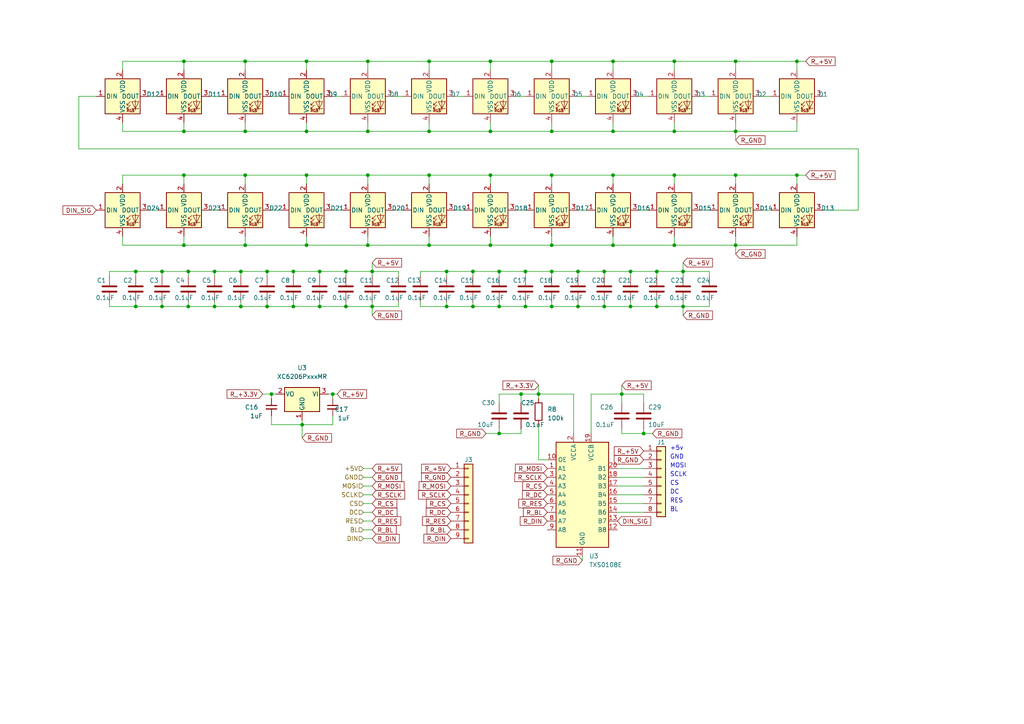
<source format=kicad_sch>
(kicad_sch (version 20230121) (generator eeschema)
  (paper "A4")
  (lib_symbols
    (symbol "Connector_Generic:Conn_01x08" (pin_names (offset 1.016) hide)
      (property "Reference" "J" (at 0 10.16 0))
      (property "Value" "Conn_01x08" (at 0 -12.7 0))
      (symbol "Conn_01x08_1_1"
        (rectangle (start -1.27 -10.033) (end 0 -10.287) (stroke (width 0.1524)))
        (rectangle (start -1.27 -7.493) (end 0 -7.747) (stroke (width 0.1524)))
        (rectangle (start -1.27 -4.953) (end 0 -5.207) (stroke (width 0.1524)))
        (rectangle (start -1.27 -2.413) (end 0 -2.667) (stroke (width 0.1524)))
        (rectangle (start -1.27 0.127) (end 0 -0.127) (stroke (width 0.1524)))
        (rectangle (start -1.27 2.667) (end 0 2.413) (stroke (width 0.1524)))
        (rectangle (start -1.27 5.207) (end 0 4.953) (stroke (width 0.1524)))
        (rectangle (start -1.27 7.747) (end 0 7.493) (stroke (width 0.1524)))
        (rectangle (start -1.27 8.89) (end 1.27 -11.43) (stroke (width 0.254)) (fill (type background)))
        (pin passive line (at -5.08 7.62 0) (length 3.81) (name "Pin_1") (number "1"))
        (pin passive line (at -5.08 5.08 0) (length 3.81) (name "Pin_2") (number "2"))
        (pin passive line (at -5.08 2.54 0) (length 3.81) (name "Pin_3") (number "3"))
        (pin passive line (at -5.08 0 0) (length 3.81) (name "Pin_4") (number "4"))
        (pin passive line (at -5.08 -2.54 0) (length 3.81) (name "Pin_5") (number "5"))
        (pin passive line (at -5.08 -5.08 0) (length 3.81) (name "Pin_6") (number "6"))
        (pin passive line (at -5.08 -7.62 0) (length 3.81) (name "Pin_7") (number "7"))
        (pin passive line (at -5.08 -10.16 0) (length 3.81) (name "Pin_8") (number "8"))
      )
    )
    (symbol "Connector_Generic:Conn_01x09" (pin_names (offset 1.016) hide)
      (property "Reference" "J" (at 0 12.7 0))
      (property "Value" "Conn_01x09" (at 0 -12.7 0))
      (symbol "Conn_01x09_1_1"
        (rectangle (start -1.27 -10.033) (end 0 -10.287) (stroke (width 0.1524)))
        (rectangle (start -1.27 -7.493) (end 0 -7.747) (stroke (width 0.1524)))
        (rectangle (start -1.27 -4.953) (end 0 -5.207) (stroke (width 0.1524)))
        (rectangle (start -1.27 -2.413) (end 0 -2.667) (stroke (width 0.1524)))
        (rectangle (start -1.27 0.127) (end 0 -0.127) (stroke (width 0.1524)))
        (rectangle (start -1.27 2.667) (end 0 2.413) (stroke (width 0.1524)))
        (rectangle (start -1.27 5.207) (end 0 4.953) (stroke (width 0.1524)))
        (rectangle (start -1.27 7.747) (end 0 7.493) (stroke (width 0.1524)))
        (rectangle (start -1.27 10.287) (end 0 10.033) (stroke (width 0.1524)))
        (rectangle (start -1.27 11.43) (end 1.27 -11.43) (stroke (width 0.254)) (fill (type background)))
        (pin passive line (at -5.08 10.16 0) (length 3.81) (name "Pin_1") (number "1"))
        (pin passive line (at -5.08 7.62 0) (length 3.81) (name "Pin_2") (number "2"))
        (pin passive line (at -5.08 5.08 0) (length 3.81) (name "Pin_3") (number "3"))
        (pin passive line (at -5.08 2.54 0) (length 3.81) (name "Pin_4") (number "4"))
        (pin passive line (at -5.08 0 0) (length 3.81) (name "Pin_5") (number "5"))
        (pin passive line (at -5.08 -2.54 0) (length 3.81) (name "Pin_6") (number "6"))
        (pin passive line (at -5.08 -5.08 0) (length 3.81) (name "Pin_7") (number "7"))
        (pin passive line (at -5.08 -7.62 0) (length 3.81) (name "Pin_8") (number "8"))
        (pin passive line (at -5.08 -10.16 0) (length 3.81) (name "Pin_9") (number "9"))
      )
    )
    (symbol "Device:C" (pin_numbers hide) (pin_names (offset 0.254))
      (property "Reference" "C" (at 0.635 2.54 0))
      (property "Value" "C" (at 0.635 -2.54 0))
      (symbol "C_0_1"
        (polyline (pts (xy -2.032 -0.762) (xy 2.032 -0.762)) (stroke (width 0.508)))
        (polyline (pts (xy -2.032 0.762) (xy 2.032 0.762)) (stroke (width 0.508)))
      )
      (symbol "C_1_1"
        (pin passive line (at 0 3.81 270) (length 2.794) (name "~") (number "1"))
        (pin passive line (at 0 -3.81 90) (length 2.794) (name "~") (number "2"))
      )
    )
    (symbol "Device:C_Small" (pin_numbers hide) (pin_names (offset 0.254) hide)
      (property "Reference" "C" (at 0.254 1.778 0))
      (property "Value" "C_Small" (at 0.254 -2.032 0))
      (symbol "C_Small_0_1"
        (polyline (pts (xy -1.524 -0.508) (xy 1.524 -0.508)) (stroke (width 0.3302)))
        (polyline (pts (xy -1.524 0.508) (xy 1.524 0.508)) (stroke (width 0.3048)))
      )
      (symbol "C_Small_1_1"
        (pin passive line (at 0 2.54 270) (length 2.032) (name "~") (number "1"))
        (pin passive line (at 0 -2.54 90) (length 2.032) (name "~") (number "2"))
      )
    )
    (symbol "Device:R" (pin_numbers hide) (pin_names (offset 0))
      (property "Reference" "R" (at 2.032 0 90))
      (property "Value" "R" (at 0 0 90))
      (symbol "R_0_1"
        (rectangle (start -1.016 -2.54) (end 1.016 2.54) (stroke (width 0.254)))
      )
      (symbol "R_1_1"
        (pin passive line (at 0 3.81 270) (length 1.27) (name "~") (number "1"))
        (pin passive line (at 0 -3.81 90) (length 1.27) (name "~") (number "2"))
      )
    )
    (symbol "LED:SK6812" (pin_names (offset 0.254))
      (property "Reference" "D" (at 5.08 5.715 0))
      (property "Value" "SK6812" (at 1.27 -5.715 0))
      (symbol "SK6812_0_0"
        (text "RGB" (at 2.286 -4.191 0) (effects (font (size 0.762 0.762))))
      )
      (symbol "SK6812_0_1"
        (polyline (pts (xy 1.27 -3.556) (xy 1.778 -3.556)))
        (polyline (pts (xy 1.27 -2.54) (xy 1.778 -2.54)))
        (polyline (pts (xy 4.699 -3.556) (xy 2.667 -3.556)))
        (polyline (pts (xy 2.286 -2.54) (xy 1.27 -3.556) (xy 1.27 -3.048)))
        (polyline (pts (xy 2.286 -1.524) (xy 1.27 -2.54) (xy 1.27 -2.032)))
        (polyline (pts (xy 3.683 -1.016) (xy 3.683 -3.556) (xy 3.683 -4.064)))
        (polyline (pts (xy 4.699 -1.524) (xy 2.667 -1.524) (xy 3.683 -3.556) (xy 4.699 -1.524)))
        (rectangle (start 5.08 5.08) (end -5.08 -5.08) (stroke (width 0.254)) (fill (type background)))
      )
      (symbol "SK6812_1_1"
        (pin input line (at -7.62 0 0) (length 2.54) (name "DIN") (number "1"))
        (pin power_in line (at 0 7.62 270) (length 2.54) (name "VDD") (number "2"))
        (pin output line (at 7.62 0 180) (length 2.54) (name "DOUT") (number "3"))
        (pin power_in line (at 0 -7.62 90) (length 2.54) (name "VSS") (number "4"))
      )
    )
    (symbol "Logic_LevelTranslator:TXS0108EPW"
      (property "Reference" "U" (at -6.35 16.51 0))
      (property "Value" "TXS0108EPW" (at 3.81 16.51 0))
      (symbol "TXS0108EPW_0_1"
        (rectangle (start -7.62 15.24) (end 7.62 -15.24) (stroke (width 0.254)) (fill (type background)))
      )
      (symbol "TXS0108EPW_1_1"
        (pin bidirectional line (at -10.16 7.62 0) (length 2.54) (name "A1") (number "1"))
        (pin input line (at -10.16 10.16 0) (length 2.54) (name "OE") (number "10"))
        (pin power_in line (at 0 -17.78 90) (length 2.54) (name "GND") (number "11"))
        (pin bidirectional line (at 10.16 -10.16 180) (length 2.54) (name "B8") (number "12"))
        (pin bidirectional line (at 10.16 -7.62 180) (length 2.54) (name "B7") (number "13"))
        (pin bidirectional line (at 10.16 -5.08 180) (length 2.54) (name "B6") (number "14"))
        (pin bidirectional line (at 10.16 -2.54 180) (length 2.54) (name "B5") (number "15"))
        (pin bidirectional line (at 10.16 0 180) (length 2.54) (name "B4") (number "16"))
        (pin bidirectional line (at 10.16 2.54 180) (length 2.54) (name "B3") (number "17"))
        (pin bidirectional line (at 10.16 5.08 180) (length 2.54) (name "B2") (number "18"))
        (pin power_in line (at 2.54 17.78 270) (length 2.54) (name "VCCB") (number "19"))
        (pin power_in line (at -2.54 17.78 270) (length 2.54) (name "VCCA") (number "2"))
        (pin bidirectional line (at 10.16 7.62 180) (length 2.54) (name "B1") (number "20"))
        (pin bidirectional line (at -10.16 5.08 0) (length 2.54) (name "A2") (number "3"))
        (pin bidirectional line (at -10.16 2.54 0) (length 2.54) (name "A3") (number "4"))
        (pin bidirectional line (at -10.16 0 0) (length 2.54) (name "A4") (number "5"))
        (pin bidirectional line (at -10.16 -2.54 0) (length 2.54) (name "A5") (number "6"))
        (pin bidirectional line (at -10.16 -5.08 0) (length 2.54) (name "A6") (number "7"))
        (pin bidirectional line (at -10.16 -7.62 0) (length 2.54) (name "A7") (number "8"))
        (pin bidirectional line (at -10.16 -10.16 0) (length 2.54) (name "A8") (number "9"))
      )
    )
    (symbol "Regulator_Linear:XC6206PxxxMR" (pin_names (offset 0.254))
      (property "Reference" "U" (at -3.81 3.175 0))
      (property "Value" "XC6206PxxxMR" (at 0 3.175 0))
      (symbol "XC6206PxxxMR_0_1"
        (rectangle (start -5.08 1.905) (end 5.08 -5.08) (stroke (width 0.254)) (fill (type background)))
      )
      (symbol "XC6206PxxxMR_1_1"
        (pin power_in line (at 0 -7.62 90) (length 2.54) (name "GND") (number "1"))
        (pin power_out line (at 7.62 0 180) (length 2.54) (name "VO") (number "2"))
        (pin power_in line (at -7.62 0 0) (length 2.54) (name "VI") (number "3"))
      )
    )
  )
  (junction (at 71.12 50.8))
  (junction (at 144.78 125.73))
  (junction (at 151.13 114.3))
  (junction (at 106.68 38.1))
  (junction (at 175.26 88.9))
  (junction (at 231.14 17.78))
  (junction (at 88.9 71.12))
  (junction (at 137.16 78.74))
  (junction (at 53.34 17.78))
  (junction (at 69.85 88.9))
  (junction (at 39.37 88.9))
  (junction (at 39.37 78.74))
  (junction (at 107.95 88.9))
  (junction (at 85.09 88.9))
  (junction (at 177.8 50.8))
  (junction (at 46.99 88.9))
  (junction (at 71.12 17.78))
  (junction (at 77.47 88.9))
  (junction (at 88.9 50.8))
  (junction (at 198.12 78.74))
  (junction (at 180.34 114.3))
  (junction (at 124.46 50.8))
  (junction (at 88.9 38.1))
  (junction (at 78.74 114.3))
  (junction (at 152.4 88.9))
  (junction (at 124.46 38.1))
  (junction (at 160.02 78.74))
  (junction (at 100.33 78.74))
  (junction (at 177.8 71.12))
  (junction (at 124.46 17.78))
  (junction (at 124.46 71.12))
  (junction (at 160.02 50.8))
  (junction (at 144.78 78.74))
  (junction (at 195.58 38.1))
  (junction (at 100.33 88.9))
  (junction (at 167.64 88.9))
  (junction (at 213.36 50.8))
  (junction (at 190.5 78.74))
  (junction (at 152.4 78.74))
  (junction (at 62.23 88.9))
  (junction (at 160.02 38.1))
  (junction (at 160.02 17.78))
  (junction (at 54.61 78.74))
  (junction (at 87.63 123.19))
  (junction (at 62.23 78.74))
  (junction (at 54.61 88.9))
  (junction (at 167.64 78.74))
  (junction (at 175.26 78.74))
  (junction (at 177.8 17.78))
  (junction (at 182.88 88.9))
  (junction (at 92.71 78.74))
  (junction (at 182.88 78.74))
  (junction (at 213.36 17.78))
  (junction (at 186.69 125.73))
  (junction (at 195.58 71.12))
  (junction (at 137.16 88.9))
  (junction (at 129.54 78.74))
  (junction (at 69.85 78.74))
  (junction (at 53.34 38.1))
  (junction (at 213.36 38.1))
  (junction (at 142.24 71.12))
  (junction (at 129.54 88.9))
  (junction (at 77.47 78.74))
  (junction (at 106.68 71.12))
  (junction (at 195.58 17.78))
  (junction (at 53.34 50.8))
  (junction (at 46.99 78.74))
  (junction (at 92.71 88.9))
  (junction (at 177.8 38.1))
  (junction (at 106.68 50.8))
  (junction (at 107.95 78.74))
  (junction (at 142.24 50.8))
  (junction (at 106.68 17.78))
  (junction (at 160.02 88.9))
  (junction (at 142.24 17.78))
  (junction (at 195.58 50.8))
  (junction (at 198.12 88.9))
  (junction (at 156.21 114.3))
  (junction (at 71.12 38.1))
  (junction (at 71.12 71.12))
  (junction (at 142.24 38.1))
  (junction (at 85.09 78.74))
  (junction (at 160.02 71.12))
  (junction (at 88.9 17.78))
  (junction (at 190.5 88.9))
  (junction (at 213.36 71.12))
  (junction (at 231.14 50.8))
  (junction (at 144.78 88.9))
  (junction (at 96.52 114.3))
  (junction (at 53.34 71.12))
  (wire (pts (xy 107.95 78.74) (xy 107.95 80.01)))
  (wire (pts (xy 106.68 71.12) (xy 124.46 71.12)))
  (wire (pts (xy 62.23 88.9) (xy 69.85 88.9)))
  (wire (pts (xy 177.8 53.34) (xy 177.8 50.8)))
  (wire (pts (xy 88.9 38.1) (xy 106.68 38.1)))
  (wire (pts (xy 177.8 68.58) (xy 177.8 71.12)))
  (wire (pts (xy 35.56 71.12) (xy 53.34 71.12)))
  (wire (pts (xy 160.02 50.8) (xy 177.8 50.8)))
  (wire (pts (xy 198.12 88.9) (xy 205.74 88.9)))
  (wire (pts (xy 151.13 114.3) (xy 151.13 116.84)))
  (wire (pts (xy 144.78 114.3) (xy 151.13 114.3)))
  (wire (pts (xy 35.56 17.78) (xy 53.34 17.78)))
  (wire (pts (xy 186.69 116.84) (xy 186.69 114.3)))
  (wire (pts (xy 129.54 78.74) (xy 137.16 78.74)))
  (wire (pts (xy 43.18 27.94) (xy 45.72 27.94)))
  (wire (pts (xy 238.76 60.96) (xy 248.92 60.96)))
  (wire (pts (xy 46.99 78.74) (xy 54.61 78.74)))
  (wire (pts (xy 35.56 68.58) (xy 35.56 71.12)))
  (wire (pts (xy 195.58 38.1) (xy 213.36 38.1)))
  (wire (pts (xy 167.64 88.9) (xy 167.64 87.63)))
  (wire (pts (xy 190.5 78.74) (xy 190.5 80.01)))
  (wire (pts (xy 186.69 114.3) (xy 180.34 114.3)))
  (wire (pts (xy 213.36 71.12) (xy 213.36 73.66)))
  (wire (pts (xy 177.8 17.78) (xy 195.58 17.78)))
  (wire (pts (xy 107.95 140.97) (xy 105.41 140.97)))
  (wire (pts (xy 35.56 20.32) (xy 35.56 17.78)))
  (wire (pts (xy 213.36 53.34) (xy 213.36 50.8)))
  (wire (pts (xy 186.69 125.73) (xy 189.23 125.73)))
  (wire (pts (xy 160.02 88.9) (xy 160.02 87.63)))
  (wire (pts (xy 179.07 135.89) (xy 186.69 135.89)))
  (wire (pts (xy 77.47 88.9) (xy 77.47 87.63)))
  (wire (pts (xy 53.34 17.78) (xy 71.12 17.78)))
  (wire (pts (xy 22.86 27.94) (xy 27.94 27.94)))
  (wire (pts (xy 198.12 88.9) (xy 198.12 91.44)))
  (wire (pts (xy 213.36 35.56) (xy 213.36 38.1)))
  (wire (pts (xy 100.33 78.74) (xy 100.33 80.01)))
  (wire (pts (xy 80.01 114.3) (xy 78.74 114.3)))
  (wire (pts (xy 213.36 38.1) (xy 213.36 40.64)))
  (wire (pts (xy 92.71 78.74) (xy 92.71 80.01)))
  (wire (pts (xy 175.26 88.9) (xy 175.26 87.63)))
  (wire (pts (xy 171.45 114.3) (xy 180.34 114.3)))
  (wire (pts (xy 88.9 68.58) (xy 88.9 71.12)))
  (wire (pts (xy 46.99 88.9) (xy 54.61 88.9)))
  (wire (pts (xy 177.8 38.1) (xy 195.58 38.1)))
  (wire (pts (xy 231.14 17.78) (xy 233.68 17.78)))
  (wire (pts (xy 160.02 17.78) (xy 177.8 17.78)))
  (wire (pts (xy 180.34 114.3) (xy 180.34 116.84)))
  (wire (pts (xy 100.33 78.74) (xy 107.95 78.74)))
  (wire (pts (xy 152.4 88.9) (xy 160.02 88.9)))
  (wire (pts (xy 195.58 35.56) (xy 195.58 38.1)))
  (wire (pts (xy 88.9 50.8) (xy 106.68 50.8)))
  (wire (pts (xy 71.12 20.32) (xy 71.12 17.78)))
  (wire (pts (xy 107.95 135.89) (xy 105.41 135.89)))
  (wire (pts (xy 96.52 114.3) (xy 97.79 114.3)))
  (wire (pts (xy 54.61 88.9) (xy 54.61 87.63)))
  (wire (pts (xy 31.75 88.9) (xy 31.75 87.63)))
  (wire (pts (xy 53.34 20.32) (xy 53.34 17.78)))
  (wire (pts (xy 149.86 27.94) (xy 152.4 27.94)))
  (wire (pts (xy 160.02 38.1) (xy 177.8 38.1)))
  (wire (pts (xy 195.58 17.78) (xy 213.36 17.78)))
  (wire (pts (xy 190.5 88.9) (xy 190.5 87.63)))
  (wire (pts (xy 142.24 68.58) (xy 142.24 71.12)))
  (wire (pts (xy 78.74 114.3) (xy 76.2 114.3)))
  (wire (pts (xy 186.69 124.46) (xy 186.69 125.73)))
  (wire (pts (xy 78.74 123.19) (xy 87.63 123.19)))
  (wire (pts (xy 35.56 50.8) (xy 53.34 50.8)))
  (wire (pts (xy 96.52 60.96) (xy 99.06 60.96)))
  (wire (pts (xy 85.09 78.74) (xy 92.71 78.74)))
  (wire (pts (xy 156.21 114.3) (xy 156.21 115.57)))
  (wire (pts (xy 182.88 88.9) (xy 182.88 87.63)))
  (wire (pts (xy 78.74 27.94) (xy 81.28 27.94)))
  (wire (pts (xy 132.08 60.96) (xy 134.62 60.96)))
  (wire (pts (xy 179.07 138.43) (xy 186.69 138.43)))
  (wire (pts (xy 54.61 78.74) (xy 62.23 78.74)))
  (wire (pts (xy 69.85 88.9) (xy 77.47 88.9)))
  (wire (pts (xy 53.34 50.8) (xy 71.12 50.8)))
  (wire (pts (xy 137.16 88.9) (xy 137.16 87.63)))
  (wire (pts (xy 152.4 88.9) (xy 152.4 87.63)))
  (wire (pts (xy 53.34 38.1) (xy 71.12 38.1)))
  (wire (pts (xy 106.68 38.1) (xy 124.46 38.1)))
  (wire (pts (xy 88.9 20.32) (xy 88.9 17.78)))
  (wire (pts (xy 96.52 27.94) (xy 99.06 27.94)))
  (wire (pts (xy 107.95 88.9) (xy 107.95 87.63)))
  (wire (pts (xy 71.12 50.8) (xy 88.9 50.8)))
  (wire (pts (xy 213.36 68.58) (xy 213.36 71.12)))
  (wire (pts (xy 106.68 35.56) (xy 106.68 38.1)))
  (wire (pts (xy 22.86 43.18) (xy 22.86 27.94)))
  (wire (pts (xy 39.37 88.9) (xy 39.37 87.63)))
  (wire (pts (xy 107.95 88.9) (xy 115.57 88.9)))
  (wire (pts (xy 85.09 88.9) (xy 85.09 87.63)))
  (wire (pts (xy 195.58 50.8) (xy 213.36 50.8)))
  (wire (pts (xy 160.02 35.56) (xy 160.02 38.1)))
  (wire (pts (xy 198.12 78.74) (xy 205.74 78.74)))
  (wire (pts (xy 231.14 50.8) (xy 233.68 50.8)))
  (wire (pts (xy 179.07 143.51) (xy 186.69 143.51)))
  (wire (pts (xy 107.95 146.05) (xy 105.41 146.05)))
  (wire (pts (xy 142.24 71.12) (xy 160.02 71.12)))
  (wire (pts (xy 190.5 88.9) (xy 198.12 88.9)))
  (wire (pts (xy 35.56 38.1) (xy 53.34 38.1)))
  (wire (pts (xy 54.61 88.9) (xy 62.23 88.9)))
  (wire (pts (xy 220.98 60.96) (xy 223.52 60.96)))
  (wire (pts (xy 124.46 53.34) (xy 124.46 50.8)))
  (wire (pts (xy 167.64 78.74) (xy 167.64 80.01)))
  (wire (pts (xy 231.14 68.58) (xy 231.14 71.12)))
  (wire (pts (xy 179.07 140.97) (xy 186.69 140.97)))
  (wire (pts (xy 107.95 88.9) (xy 107.95 91.44)))
  (wire (pts (xy 71.12 17.78) (xy 88.9 17.78)))
  (wire (pts (xy 71.12 38.1) (xy 88.9 38.1)))
  (wire (pts (xy 160.02 78.74) (xy 160.02 80.01)))
  (wire (pts (xy 179.07 148.59) (xy 186.69 148.59)))
  (wire (pts (xy 213.36 38.1) (xy 231.14 38.1)))
  (wire (pts (xy 35.56 35.56) (xy 35.56 38.1)))
  (wire (pts (xy 62.23 78.74) (xy 62.23 80.01)))
  (wire (pts (xy 156.21 133.35) (xy 158.75 133.35)))
  (wire (pts (xy 177.8 71.12) (xy 195.58 71.12)))
  (wire (pts (xy 121.92 78.74) (xy 129.54 78.74)))
  (wire (pts (xy 142.24 20.32) (xy 142.24 17.78)))
  (wire (pts (xy 213.36 71.12) (xy 231.14 71.12)))
  (wire (pts (xy 205.74 78.74) (xy 205.74 80.01)))
  (wire (pts (xy 231.14 17.78) (xy 231.14 20.32)))
  (wire (pts (xy 205.74 88.9) (xy 205.74 87.63)))
  (wire (pts (xy 151.13 114.3) (xy 156.21 114.3)))
  (wire (pts (xy 182.88 88.9) (xy 190.5 88.9)))
  (wire (pts (xy 180.34 111.76) (xy 180.34 114.3)))
  (wire (pts (xy 124.46 50.8) (xy 142.24 50.8)))
  (wire (pts (xy 140.97 125.73) (xy 144.78 125.73)))
  (wire (pts (xy 96.52 123.19) (xy 87.63 123.19)))
  (wire (pts (xy 160.02 78.74) (xy 167.64 78.74)))
  (wire (pts (xy 107.95 148.59) (xy 105.41 148.59)))
  (wire (pts (xy 175.26 78.74) (xy 175.26 80.01)))
  (wire (pts (xy 60.96 27.94) (xy 63.5 27.94)))
  (wire (pts (xy 78.74 120.65) (xy 78.74 123.19)))
  (wire (pts (xy 92.71 78.74) (xy 100.33 78.74)))
  (wire (pts (xy 31.75 78.74) (xy 31.75 80.01)))
  (wire (pts (xy 168.91 161.29) (xy 168.91 162.56)))
  (wire (pts (xy 142.24 50.8) (xy 160.02 50.8)))
  (wire (pts (xy 248.92 43.18) (xy 22.86 43.18)))
  (wire (pts (xy 92.71 88.9) (xy 92.71 87.63)))
  (wire (pts (xy 220.98 27.94) (xy 223.52 27.94)))
  (wire (pts (xy 144.78 124.46) (xy 144.78 125.73)))
  (wire (pts (xy 88.9 35.56) (xy 88.9 38.1)))
  (wire (pts (xy 142.24 35.56) (xy 142.24 38.1)))
  (wire (pts (xy 124.46 71.12) (xy 142.24 71.12)))
  (wire (pts (xy 124.46 68.58) (xy 124.46 71.12)))
  (wire (pts (xy 142.24 38.1) (xy 160.02 38.1)))
  (wire (pts (xy 31.75 88.9) (xy 39.37 88.9)))
  (wire (pts (xy 78.74 114.3) (xy 78.74 115.57)))
  (wire (pts (xy 144.78 88.9) (xy 144.78 87.63)))
  (wire (pts (xy 71.12 53.34) (xy 71.12 50.8)))
  (wire (pts (xy 69.85 78.74) (xy 77.47 78.74)))
  (wire (pts (xy 71.12 35.56) (xy 71.12 38.1)))
  (wire (pts (xy 31.75 78.74) (xy 39.37 78.74)))
  (wire (pts (xy 100.33 88.9) (xy 107.95 88.9)))
  (wire (pts (xy 231.14 50.8) (xy 231.14 53.34)))
  (wire (pts (xy 156.21 123.19) (xy 156.21 133.35)))
  (wire (pts (xy 77.47 78.74) (xy 77.47 80.01)))
  (wire (pts (xy 185.42 27.94) (xy 187.96 27.94)))
  (wire (pts (xy 46.99 78.74) (xy 46.99 80.01)))
  (wire (pts (xy 156.21 111.76) (xy 156.21 114.3)))
  (wire (pts (xy 167.64 88.9) (xy 175.26 88.9)))
  (wire (pts (xy 248.92 60.96) (xy 248.92 43.18)))
  (wire (pts (xy 69.85 88.9) (xy 69.85 87.63)))
  (wire (pts (xy 114.3 60.96) (xy 116.84 60.96)))
  (wire (pts (xy 114.3 27.94) (xy 116.84 27.94)))
  (wire (pts (xy 106.68 68.58) (xy 106.68 71.12)))
  (wire (pts (xy 88.9 71.12) (xy 106.68 71.12)))
  (wire (pts (xy 160.02 20.32) (xy 160.02 17.78)))
  (wire (pts (xy 78.74 60.96) (xy 81.28 60.96)))
  (wire (pts (xy 88.9 17.78) (xy 106.68 17.78)))
  (wire (pts (xy 107.95 78.74) (xy 115.57 78.74)))
  (wire (pts (xy 180.34 125.73) (xy 186.69 125.73)))
  (wire (pts (xy 77.47 88.9) (xy 85.09 88.9)))
  (wire (pts (xy 107.95 143.51) (xy 105.41 143.51)))
  (wire (pts (xy 144.78 88.9) (xy 152.4 88.9)))
  (wire (pts (xy 175.26 88.9) (xy 182.88 88.9)))
  (wire (pts (xy 85.09 88.9) (xy 92.71 88.9)))
  (wire (pts (xy 160.02 88.9) (xy 167.64 88.9)))
  (wire (pts (xy 213.36 50.8) (xy 231.14 50.8)))
  (wire (pts (xy 167.64 27.94) (xy 170.18 27.94)))
  (wire (pts (xy 129.54 88.9) (xy 137.16 88.9)))
  (wire (pts (xy 137.16 88.9) (xy 144.78 88.9)))
  (wire (pts (xy 87.63 121.92) (xy 87.63 123.19)))
  (wire (pts (xy 69.85 78.74) (xy 69.85 80.01)))
  (wire (pts (xy 115.57 88.9) (xy 115.57 87.63)))
  (wire (pts (xy 121.92 78.74) (xy 121.92 80.01)))
  (wire (pts (xy 177.8 50.8) (xy 195.58 50.8)))
  (wire (pts (xy 35.56 53.34) (xy 35.56 50.8)))
  (wire (pts (xy 195.58 53.34) (xy 195.58 50.8)))
  (wire (pts (xy 39.37 88.9) (xy 46.99 88.9)))
  (wire (pts (xy 107.95 151.13) (xy 105.41 151.13)))
  (wire (pts (xy 137.16 78.74) (xy 137.16 80.01)))
  (wire (pts (xy 156.21 114.3) (xy 166.37 114.3)))
  (wire (pts (xy 53.34 71.12) (xy 71.12 71.12)))
  (wire (pts (xy 144.78 78.74) (xy 152.4 78.74)))
  (wire (pts (xy 152.4 78.74) (xy 152.4 80.01)))
  (wire (pts (xy 198.12 78.74) (xy 198.12 76.2)))
  (wire (pts (xy 177.8 35.56) (xy 177.8 38.1)))
  (wire (pts (xy 142.24 53.34) (xy 142.24 50.8)))
  (wire (pts (xy 85.09 78.74) (xy 85.09 80.01)))
  (wire (pts (xy 62.23 78.74) (xy 69.85 78.74)))
  (wire (pts (xy 160.02 68.58) (xy 160.02 71.12)))
  (wire (pts (xy 39.37 78.74) (xy 46.99 78.74)))
  (wire (pts (xy 195.58 20.32) (xy 195.58 17.78)))
  (wire (pts (xy 107.95 156.21) (xy 105.41 156.21)))
  (wire (pts (xy 107.95 138.43) (xy 105.41 138.43)))
  (wire (pts (xy 53.34 68.58) (xy 53.34 71.12)))
  (wire (pts (xy 213.36 17.78) (xy 231.14 17.78)))
  (wire (pts (xy 182.88 78.74) (xy 182.88 80.01)))
  (wire (pts (xy 198.12 88.9) (xy 198.12 87.63)))
  (wire (pts (xy 46.99 88.9) (xy 46.99 87.63)))
  (wire (pts (xy 54.61 78.74) (xy 54.61 80.01)))
  (wire (pts (xy 144.78 116.84) (xy 144.78 114.3)))
  (wire (pts (xy 203.2 60.96) (xy 205.74 60.96)))
  (wire (pts (xy 190.5 78.74) (xy 198.12 78.74)))
  (wire (pts (xy 129.54 78.74) (xy 129.54 80.01)))
  (wire (pts (xy 198.12 78.74) (xy 198.12 80.01)))
  (wire (pts (xy 60.96 60.96) (xy 63.5 60.96)))
  (wire (pts (xy 149.86 60.96) (xy 152.4 60.96)))
  (wire (pts (xy 124.46 35.56) (xy 124.46 38.1)))
  (wire (pts (xy 96.52 114.3) (xy 96.52 115.57)))
  (wire (pts (xy 177.8 20.32) (xy 177.8 17.78)))
  (wire (pts (xy 195.58 68.58) (xy 195.58 71.12)))
  (wire (pts (xy 142.24 17.78) (xy 160.02 17.78)))
  (wire (pts (xy 77.47 78.74) (xy 85.09 78.74)))
  (wire (pts (xy 92.71 88.9) (xy 100.33 88.9)))
  (wire (pts (xy 107.95 78.74) (xy 107.95 76.2)))
  (wire (pts (xy 121.92 88.9) (xy 121.92 87.63)))
  (wire (pts (xy 115.57 78.74) (xy 115.57 80.01)))
  (wire (pts (xy 71.12 71.12) (xy 88.9 71.12)))
  (wire (pts (xy 96.52 120.65) (xy 96.52 123.19)))
  (wire (pts (xy 53.34 53.34) (xy 53.34 50.8)))
  (wire (pts (xy 39.37 78.74) (xy 39.37 80.01)))
  (wire (pts (xy 107.95 153.67) (xy 105.41 153.67)))
  (wire (pts (xy 179.07 146.05) (xy 186.69 146.05)))
  (wire (pts (xy 124.46 17.78) (xy 142.24 17.78)))
  (wire (pts (xy 167.64 60.96) (xy 170.18 60.96)))
  (wire (pts (xy 171.45 125.73) (xy 171.45 114.3)))
  (wire (pts (xy 175.26 78.74) (xy 182.88 78.74)))
  (wire (pts (xy 129.54 88.9) (xy 129.54 87.63)))
  (wire (pts (xy 121.92 88.9) (xy 129.54 88.9)))
  (wire (pts (xy 137.16 78.74) (xy 144.78 78.74)))
  (wire (pts (xy 167.64 78.74) (xy 175.26 78.74)))
  (wire (pts (xy 203.2 27.94) (xy 205.74 27.94)))
  (wire (pts (xy 180.34 124.46) (xy 180.34 125.73)))
  (wire (pts (xy 166.37 125.73) (xy 166.37 114.3)))
  (wire (pts (xy 132.08 27.94) (xy 134.62 27.94)))
  (wire (pts (xy 106.68 20.32) (xy 106.68 17.78)))
  (wire (pts (xy 95.25 114.3) (xy 96.52 114.3)))
  (wire (pts (xy 87.63 123.19) (xy 87.63 127)))
  (wire (pts (xy 152.4 78.74) (xy 160.02 78.74)))
  (wire (pts (xy 71.12 68.58) (xy 71.12 71.12)))
  (wire (pts (xy 100.33 88.9) (xy 100.33 87.63)))
  (wire (pts (xy 195.58 71.12) (xy 213.36 71.12)))
  (wire (pts (xy 144.78 125.73) (xy 151.13 125.73)))
  (wire (pts (xy 160.02 71.12) (xy 177.8 71.12)))
  (wire (pts (xy 88.9 53.34) (xy 88.9 50.8)))
  (wire (pts (xy 43.18 60.96) (xy 45.72 60.96)))
  (wire (pts (xy 144.78 78.74) (xy 144.78 80.01)))
  (wire (pts (xy 160.02 53.34) (xy 160.02 50.8)))
  (wire (pts (xy 231.14 35.56) (xy 231.14 38.1)))
  (wire (pts (xy 106.68 50.8) (xy 124.46 50.8)))
  (wire (pts (xy 124.46 20.32) (xy 124.46 17.78)))
  (wire (pts (xy 213.36 20.32) (xy 213.36 17.78)))
  (wire (pts (xy 53.34 35.56) (xy 53.34 38.1)))
  (wire (pts (xy 106.68 17.78) (xy 124.46 17.78)))
  (wire (pts (xy 182.88 78.74) (xy 190.5 78.74)))
  (wire (pts (xy 106.68 53.34) (xy 106.68 50.8)))
  (wire (pts (xy 185.42 60.96) (xy 187.96 60.96)))
  (wire (pts (xy 151.13 124.46) (xy 151.13 125.73)))
  (wire (pts (xy 124.46 38.1) (xy 142.24 38.1)))
  (wire (pts (xy 62.23 88.9) (xy 62.23 87.63)))
  (text "+5v" (at 194.31 130.81 0) (effects (font (size 1.27 1.27)) (justify left bottom)))
  (text "DC\n" (at 194.31 143.51 0) (effects (font (size 1.27 1.27)) (justify left bottom)))
  (text "CS\n" (at 194.31 140.97 0) (effects (font (size 1.27 1.27)) (justify left bottom)))
  (text "RES" (at 194.31 146.05 0) (effects (font (size 1.27 1.27)) (justify left bottom)))
  (text "MOSI" (at 194.31 135.89 0) (effects (font (size 1.27 1.27)) (justify left bottom)))
  (text "SCLK" (at 194.31 138.43 0) (effects (font (size 1.27 1.27)) (justify left bottom)))
  (text "GND" (at 194.31 133.35 0) (effects (font (size 1.27 1.27)) (justify left bottom)))
  (text "BL" (at 194.31 148.59 0) (effects (font (size 1.27 1.27)) (justify left bottom)))
  (global_label "R_RES" (shape input) (at 107.95 151.13 0) (property "Intersheetrefs" "${INTERSHEET_REFS}" (effects hide)))
  (global_label "DIN_SIG" (shape input) (at 179.07 151.13 0) (property "Intersheetrefs" "${INTERSHEET_REFS}" (effects hide)))
  (global_label "R_GND" (shape input) (at 213.36 73.66 0) (property "Intersheetrefs" "${INTERSHEET_REFS}" (effects hide)))
  (global_label "R_SCLK" (shape input) (at 107.95 143.51 0) (property "Intersheetrefs" "${INTERSHEET_REFS}" (effects hide)))
  (global_label "R_DC" (shape input) (at 107.95 148.59 0) (property "Intersheetrefs" "${INTERSHEET_REFS}" (effects hide)))
  (global_label "R_DC" (shape input) (at 130.81 148.59 180) (property "Intersheetrefs" "${INTERSHEET_REFS}" (effects hide)))
  (global_label "R_GND" (shape input) (at 198.12 91.44 0) (property "Intersheetrefs" "${INTERSHEET_REFS}" (effects hide)))
  (global_label "R_MOSI" (shape input) (at 158.75 135.89 180) (property "Intersheetrefs" "${INTERSHEET_REFS}" (effects hide)))
  (global_label "R_DIN" (shape input) (at 130.81 156.21 180) (property "Intersheetrefs" "${INTERSHEET_REFS}" (effects hide)))
  (global_label "R_+5V" (shape input) (at 107.95 135.89 0) (property "Intersheetrefs" "${INTERSHEET_REFS}" (effects hide)))
  (global_label "R_MOSI" (shape input) (at 107.95 140.97 0) (property "Intersheetrefs" "${INTERSHEET_REFS}" (effects hide)))
  (global_label "R_+5V" (shape input) (at 233.68 50.8 0) (property "Intersheetrefs" "${INTERSHEET_REFS}" (effects hide)))
  (global_label "R_CS" (shape input) (at 130.81 146.05 180) (property "Intersheetrefs" "${INTERSHEET_REFS}" (effects hide)))
  (global_label "R_BL" (shape input) (at 158.75 148.59 180) (property "Intersheetrefs" "${INTERSHEET_REFS}" (effects hide)))
  (global_label "R_+5V" (shape input) (at 233.68 17.78 0) (property "Intersheetrefs" "${INTERSHEET_REFS}" (effects hide)))
  (global_label "R_GND" (shape input) (at 213.36 40.64 0) (property "Intersheetrefs" "${INTERSHEET_REFS}" (effects hide)))
  (global_label "R_GND" (shape input) (at 168.91 162.56 180) (property "Intersheetrefs" "${INTERSHEET_REFS}" (effects hide)))
  (global_label "R_RES" (shape input) (at 130.81 151.13 180) (property "Intersheetrefs" "${INTERSHEET_REFS}" (effects hide)))
  (global_label "R_+5V" (shape input) (at 97.79 114.3 0) (property "Intersheetrefs" "${INTERSHEET_REFS}" (effects hide)))
  (global_label "R_GND" (shape input) (at 189.23 125.73 0) (property "Intersheetrefs" "${INTERSHEET_REFS}" (effects hide)))
  (global_label "R_SCLK" (shape input) (at 158.75 138.43 180) (property "Intersheetrefs" "${INTERSHEET_REFS}" (effects hide)))
  (global_label "R_+5V" (shape input) (at 198.12 76.2 0) (property "Intersheetrefs" "${INTERSHEET_REFS}" (effects hide)))
  (global_label "R_GND" (shape input) (at 107.95 91.44 0) (property "Intersheetrefs" "${INTERSHEET_REFS}" (effects hide)))
  (global_label "R_+5V" (shape input) (at 130.81 135.89 180) (property "Intersheetrefs" "${INTERSHEET_REFS}" (effects hide)))
  (global_label "DIN_SIG" (shape input) (at 27.94 60.96 180) (property "Intersheetrefs" "${INTERSHEET_REFS}" (effects hide)))
  (global_label "R_SCLK" (shape input) (at 130.81 143.51 180) (property "Intersheetrefs" "${INTERSHEET_REFS}" (effects hide)))
  (global_label "R_+3.3V" (shape input) (at 76.2 114.3 180) (property "Intersheetrefs" "${INTERSHEET_REFS}" (effects hide)))
  (global_label "R_BL" (shape input) (at 130.81 153.67 180) (property "Intersheetrefs" "${INTERSHEET_REFS}" (effects hide)))
  (global_label "R_RES" (shape input) (at 158.75 146.05 180) (property "Intersheetrefs" "${INTERSHEET_REFS}" (effects hide)))
  (global_label "R_CS" (shape input) (at 158.75 140.97 180) (property "Intersheetrefs" "${INTERSHEET_REFS}" (effects hide)))
  (global_label "R_+5V" (shape input) (at 186.69 130.81 180) (property "Intersheetrefs" "${INTERSHEET_REFS}" (effects hide)))
  (global_label "R_CS" (shape input) (at 107.95 146.05 0) (property "Intersheetrefs" "${INTERSHEET_REFS}" (effects hide)))
  (global_label "R_+5V" (shape input) (at 107.95 76.2 0) (property "Intersheetrefs" "${INTERSHEET_REFS}" (effects hide)))
  (global_label "R_DC" (shape input) (at 158.75 143.51 180) (property "Intersheetrefs" "${INTERSHEET_REFS}" (effects hide)))
  (global_label "R_BL" (shape input) (at 107.95 153.67 0) (property "Intersheetrefs" "${INTERSHEET_REFS}" (effects hide)))
  (global_label "R_DIN" (shape input) (at 158.75 151.13 180) (property "Intersheetrefs" "${INTERSHEET_REFS}" (effects hide)))
  (global_label "R_GND" (shape input) (at 130.81 138.43 180) (property "Intersheetrefs" "${INTERSHEET_REFS}" (effects hide)))
  (global_label "R_GND" (shape input) (at 140.97 125.73 180) (property "Intersheetrefs" "${INTERSHEET_REFS}" (effects hide)))
  (global_label "R_+3.3V" (shape input) (at 156.21 111.76 180) (property "Intersheetrefs" "${INTERSHEET_REFS}" (effects hide)))
  (global_label "R_+5V" (shape input) (at 180.34 111.76 0) (property "Intersheetrefs" "${INTERSHEET_REFS}" (effects hide)))
  (global_label "R_GND" (shape input) (at 87.63 127 0) (property "Intersheetrefs" "${INTERSHEET_REFS}" (effects hide)))
  (global_label "R_MOSI" (shape input) (at 130.81 140.97 180) (property "Intersheetrefs" "${INTERSHEET_REFS}" (effects hide)))
  (global_label "R_GND" (shape input) (at 107.95 138.43 0) (property "Intersheetrefs" "${INTERSHEET_REFS}" (effects hide)))
  (global_label "R_DIN" (shape input) (at 107.95 156.21 0) (property "Intersheetrefs" "${INTERSHEET_REFS}" (effects hide)))
  (global_label "R_GND" (shape input) (at 186.69 133.35 180) (property "Intersheetrefs" "${INTERSHEET_REFS}" (effects hide)))
  (hierarchical_label "MOSI" (shape input) (at 105.41 140.97 180))
  (hierarchical_label "+5V" (shape input) (at 105.41 135.89 180))
  (hierarchical_label "SCLK" (shape input) (at 105.41 143.51 180))
  (hierarchical_label "CS" (shape input) (at 105.41 146.05 180))
  (hierarchical_label "RES" (shape input) (at 105.41 151.13 180))
  (hierarchical_label "DIN" (shape input) (at 105.41 156.21 180))
  (hierarchical_label "BL" (shape input) (at 105.41 153.67 180))
  (hierarchical_label "GND" (shape input) (at 105.41 138.43 180))
  (hierarchical_label "DC" (shape input) (at 105.41 148.59 180))
  (symbol (lib_id "Device:C") (at 160.02 83.82 0) (unit 1)
    (property "Reference" "C18" (at 156.3624 81.3308 0) (effects (justify left)))
    (property "Value" "0.1uF" (at 156.0068 86.36 0) (effects (justify left)))
    (property "Footprint" "Capacitor_SMD:C_0603_1608Metric" (effects hide))
    (property "LCSC" "C28233" (effects hide))
  )
  (symbol (lib_id "Device:C") (at 180.34 120.65 0) (unit 1)
    (property "Reference" "C26" (at 173.99 118.11 0) (effects (justify left)))
    (property "Value" "0.1uF" (at 172.72 123.19 0) (effects (justify left)))
    (property "Footprint" "Capacitor_SMD:C_0603_1608Metric" (effects hide))
    (property "LCSC" "C28233" (effects hide))
  )
  (symbol (lib_id "Device:C") (at 107.95 83.82 0) (unit 1)
    (property "Reference" "C11" (at 104.2924 81.3308 0) (effects (justify left)))
    (property "Value" "0.1uF" (at 103.9368 86.36 0) (effects (justify left)))
    (property "Footprint" "Capacitor_SMD:C_0603_1608Metric" (effects hide))
    (property "LCSC" "C28233" (effects hide))
  )
  (symbol (lib_id "LED:SK6812") (at 160.02 60.96 0) (unit 1)
    (property "Reference" "D17" (at 168.91 60.3759 0))
    (property "Value" "SK6812" (effects hide))
    (property "Footprint" "LED_SMD:LED-SMD_4P-L4.0-W1.6-L" (effects hide))
    (property "Datasheet" "https://cdn-shop.adafruit.com/product-files/1138/SK6812+LED+datasheet+.pdf" (effects hide))
    (property "LCSC" "C2890037" (effects hide))
  )
  (symbol (lib_id "Device:C") (at 100.33 83.82 0) (unit 1)
    (property "Reference" "C10" (at 96.6724 81.3308 0) (effects (justify left)))
    (property "Value" "0.1uF" (at 96.3168 86.36 0) (effects (justify left)))
    (property "Footprint" "Capacitor_SMD:C_0603_1608Metric" (effects hide))
    (property "LCSC" "C28233" (effects hide))
  )
  (symbol (lib_id "Regulator_Linear:XC6206PxxxMR") (at 87.63 114.3 0) (mirror y) (unit 1)
    (property "Reference" "U3" (at 87.63 106.68 0))
    (property "Value" "XC6206PxxxMR" (at 87.63 109.22 0))
    (property "Footprint" "Package_TO_SOT_SMD:SOT-23" (effects hide))
    (property "Datasheet" "https://www.torexsemi.com/file/xc6206/XC6206.pdf" (effects hide))
    (property "LCSC" "C5446" (effects hide))
    (instances (project "encoder_driver" (path "" (reference "U3") (unit 1))) (project "speed_joystick" (path "" (reference "U4") (unit 1))))
  )
  (symbol (lib_id "Device:C") (at 198.12 83.82 0) (unit 1)
    (property "Reference" "C23" (at 194.4624 81.3308 0) (effects (justify left)))
    (property "Value" "0.1uF" (at 194.1068 86.36 0) (effects (justify left)))
    (property "Footprint" "Capacitor_SMD:C_0603_1608Metric" (effects hide))
    (property "LCSC" "C28233" (effects hide))
  )
  (symbol (lib_id "Device:C") (at 205.74 83.82 0) (unit 1)
    (property "Reference" "C24" (at 202.0824 81.3308 0) (effects (justify left)))
    (property "Value" "0.1uF" (at 201.7268 86.36 0) (effects (justify left)))
    (property "Footprint" "Capacitor_SMD:C_0603_1608Metric" (effects hide))
    (property "LCSC" "C28233" (effects hide))
  )
  (symbol (lib_id "LED:SK6812") (at 124.46 60.96 0) (unit 1)
    (property "Reference" "D19" (at 133.35 60.3759 0))
    (property "Value" "SK6812" (effects hide))
    (property "Footprint" "LED_SMD:LED-SMD_4P-L4.0-W1.6-L" (effects hide))
    (property "Datasheet" "https://cdn-shop.adafruit.com/product-files/1138/SK6812+LED+datasheet+.pdf" (effects hide))
    (property "LCSC" "C2890037" (effects hide))
  )
  (symbol (lib_id "Device:C") (at 144.78 83.82 0) (unit 1)
    (property "Reference" "C16" (at 141.1224 81.3308 0) (effects (justify left)))
    (property "Value" "0.1uF" (at 140.7668 86.36 0) (effects (justify left)))
    (property "Footprint" "Capacitor_SMD:C_0603_1608Metric" (effects hide))
    (property "LCSC" "C28233" (effects hide))
  )
  (symbol (lib_id "LED:SK6812") (at 53.34 60.96 0) (unit 1)
    (property "Reference" "D23" (at 62.23 60.3759 0))
    (property "Value" "SK6812" (effects hide))
    (property "Footprint" "LED_SMD:LED-SMD_4P-L4.0-W1.6-L" (effects hide))
    (property "Datasheet" "https://cdn-shop.adafruit.com/product-files/1138/SK6812+LED+datasheet+.pdf" (effects hide))
    (property "LCSC" "C2890037" (effects hide))
  )
  (symbol (lib_id "LED:SK6812") (at 35.56 60.96 0) (unit 1)
    (property "Reference" "D24" (at 44.45 60.3759 0))
    (property "Value" "SK6812" (effects hide))
    (property "Footprint" "LED_SMD:LED-SMD_4P-L4.0-W1.6-L" (effects hide))
    (property "Datasheet" "https://cdn-shop.adafruit.com/product-files/1138/SK6812+LED+datasheet+.pdf" (effects hide))
    (property "LCSC" "C2890037" (effects hide))
  )
  (symbol (lib_id "LED:SK6812") (at 231.14 60.96 0) (unit 1)
    (property "Reference" "D13" (at 240.03 60.3759 0))
    (property "Value" "SK6812" (effects hide))
    (property "Footprint" "LED_SMD:LED-SMD_4P-L4.0-W1.6-L" (effects hide))
    (property "Datasheet" "https://cdn-shop.adafruit.com/product-files/1138/SK6812+LED+datasheet+.pdf" (effects hide))
    (property "LCSC" "C2890037" (effects hide))
  )
  (symbol (lib_id "Device:C") (at 77.47 83.82 0) (unit 1)
    (property "Reference" "C7" (at 73.8124 81.3308 0) (effects (justify left)))
    (property "Value" "0.1uF" (at 73.4568 86.36 0) (effects (justify left)))
    (property "Footprint" "Capacitor_SMD:C_0603_1608Metric" (effects hide))
    (property "LCSC" "C28233" (effects hide))
  )
  (symbol (lib_id "Device:C") (at 167.64 83.82 0) (unit 1)
    (property "Reference" "C19" (at 163.9824 81.3308 0) (effects (justify left)))
    (property "Value" "0.1uF" (at 163.6268 86.36 0) (effects (justify left)))
    (property "Footprint" "Capacitor_SMD:C_0603_1608Metric" (effects hide))
    (property "LCSC" "C28233" (effects hide))
  )
  (symbol (lib_id "LED:SK6812") (at 53.34 27.94 0) (unit 1)
    (property "Reference" "D11" (at 62.23 27.3559 0))
    (property "Value" "SK6812" (effects hide))
    (property "Footprint" "LED_SMD:LED-SMD_4P-L4.0-W1.6-L" (effects hide))
    (property "Datasheet" "https://cdn-shop.adafruit.com/product-files/1138/SK6812+LED+datasheet+.pdf" (effects hide))
    (property "LCSC" "C2890037" (effects hide))
  )
  (symbol (lib_id "LED:SK6812") (at 195.58 27.94 0) (unit 1)
    (property "Reference" "D3" (at 203.2 27.3559 0))
    (property "Value" "SK6812" (effects hide))
    (property "Footprint" "LED_SMD:LED-SMD_4P-L4.0-W1.6-L" (effects hide))
    (property "Datasheet" "https://cdn-shop.adafruit.com/product-files/1138/SK6812+LED+datasheet+.pdf" (effects hide))
    (property "LCSC" "C2890037" (effects hide))
  )
  (symbol (lib_id "Device:C") (at 92.71 83.82 0) (unit 1)
    (property "Reference" "C9" (at 89.0524 81.3308 0) (effects (justify left)))
    (property "Value" "0.1uF" (at 88.6968 86.36 0) (effects (justify left)))
    (property "Footprint" "Capacitor_SMD:C_0603_1608Metric" (effects hide))
    (property "LCSC" "C28233" (effects hide))
  )
  (symbol (lib_id "LED:SK6812") (at 195.58 60.96 0) (unit 1)
    (property "Reference" "D15" (at 204.47 60.3759 0))
    (property "Value" "SK6812" (effects hide))
    (property "Footprint" "LED_SMD:LED-SMD_4P-L4.0-W1.6-L" (effects hide))
    (property "Datasheet" "https://cdn-shop.adafruit.com/product-files/1138/SK6812+LED+datasheet+.pdf" (effects hide))
    (property "LCSC" "C2890037" (effects hide))
  )
  (symbol (lib_id "LED:SK6812") (at 142.24 60.96 0) (unit 1)
    (property "Reference" "D18" (at 151.13 60.3759 0))
    (property "Value" "SK6812" (effects hide))
    (property "Footprint" "LED_SMD:LED-SMD_4P-L4.0-W1.6-L" (effects hide))
    (property "Datasheet" "https://cdn-shop.adafruit.com/product-files/1138/SK6812+LED+datasheet+.pdf" (effects hide))
    (property "LCSC" "C2890037" (effects hide))
  )
  (symbol (lib_id "LED:SK6812") (at 231.14 27.94 0) (unit 1)
    (property "Reference" "D1" (at 238.76 27.3559 0))
    (property "Value" "SK6812" (effects hide))
    (property "Footprint" "LED_SMD:LED-SMD_4P-L4.0-W1.6-L" (effects hide))
    (property "Datasheet" "https://cdn-shop.adafruit.com/product-files/1138/SK6812+LED+datasheet+.pdf" (effects hide))
    (property "LCSC" "C2890037" (effects hide))
  )
  (symbol (lib_id "Connector_Generic:Conn_01x09") (at 135.89 146.05 0) (unit 1) (in_bom no)
    (property "Reference" "J3" (at 135.89 133.35 0))
    (property "Value" "Conn_01x09" (effects hide))
    (property "Footprint" "Connector_PinSocket_2.54mm:PinSocket_1x09_P2.54mm_Vertical" (effects hide))
  )
  (symbol (lib_id "LED:SK6812") (at 177.8 60.96 0) (unit 1)
    (property "Reference" "D16" (at 186.69 60.3759 0))
    (property "Value" "SK6812" (effects hide))
    (property "Footprint" "LED_SMD:LED-SMD_4P-L4.0-W1.6-L" (effects hide))
    (property "Datasheet" "https://cdn-shop.adafruit.com/product-files/1138/SK6812+LED+datasheet+.pdf" (effects hide))
    (property "LCSC" "C2890037" (effects hide))
  )
  (symbol (lib_id "Device:C") (at 121.92 83.82 0) (unit 1)
    (property "Reference" "C13" (at 118.11 81.28 0) (effects (justify left)))
    (property "Value" "0.1uF" (at 118.11 86.36 0) (effects (justify left)))
    (property "Footprint" "Capacitor_SMD:C_0603_1608Metric" (effects hide))
    (property "LCSC" "C28233" (effects hide))
  )
  (symbol (lib_id "LED:SK6812") (at 160.02 27.94 0) (unit 1)
    (property "Reference" "D5" (at 167.64 27.3559 0))
    (property "Value" "SK6812" (effects hide))
    (property "Footprint" "LED_SMD:LED-SMD_4P-L4.0-W1.6-L" (effects hide))
    (property "Datasheet" "https://cdn-shop.adafruit.com/product-files/1138/SK6812+LED+datasheet+.pdf" (effects hide))
    (property "LCSC" "C2890037" (effects hide))
  )
  (symbol (lib_id "Device:C") (at 152.4 83.82 0) (unit 1)
    (property "Reference" "C17" (at 148.7424 81.3308 0) (effects (justify left)))
    (property "Value" "0.1uF" (at 148.3868 86.36 0) (effects (justify left)))
    (property "Footprint" "Capacitor_SMD:C_0603_1608Metric" (effects hide))
    (property "LCSC" "C28233" (effects hide))
  )
  (symbol (lib_id "Device:C") (at 151.13 120.65 0) (unit 1)
    (property "Reference" "C25" (at 151.13 116.84 0) (effects (justify left)))
    (property "Value" "0.1uF" (at 152.4 123.19 0) (effects (justify left)))
    (property "Footprint" "Capacitor_SMD:C_0603_1608Metric" (effects hide))
    (property "LCSC" "C28233" (effects hide))
  )
  (symbol (lib_id "Device:C_Small") (at 96.52 118.11 0) (unit 1)
    (property "Reference" "C17" (at 100.965 118.745 0) (effects (justify right)))
    (property "Value" "1uF" (at 101.6 121.285 0) (effects (justify right)))
    (property "Footprint" "Capacitor_SMD:C_0603_1608Metric" (effects hide))
    (property "LCSC" "C15849" (effects hide))
    (instances (project "encoder_driver" (path "" (reference "C17") (unit 1))) (project "speed_joystick" (path "" (reference "C28") (unit 1))))
  )
  (symbol (lib_id "LED:SK6812") (at 213.36 60.96 0) (unit 1)
    (property "Reference" "D14" (at 222.25 60.3759 0))
    (property "Value" "SK6812" (effects hide))
    (property "Footprint" "LED_SMD:LED-SMD_4P-L4.0-W1.6-L" (effects hide))
    (property "Datasheet" "https://cdn-shop.adafruit.com/product-files/1138/SK6812+LED+datasheet+.pdf" (effects hide))
    (property "LCSC" "C2890037" (effects hide))
  )
  (symbol (lib_id "Device:C") (at 115.57 83.82 0) (unit 1)
    (property "Reference" "C12" (at 111.9124 81.3308 0) (effects (justify left)))
    (property "Value" "0.1uF" (at 111.5568 86.36 0) (effects (justify left)))
    (property "Footprint" "Capacitor_SMD:C_0603_1608Metric" (effects hide))
    (property "LCSC" "C28233" (effects hide))
  )
  (symbol (lib_id "Device:C") (at 175.26 83.82 0) (unit 1)
    (property "Reference" "C20" (at 171.6024 81.3308 0) (effects (justify left)))
    (property "Value" "0.1uF" (at 171.2468 86.36 0) (effects (justify left)))
    (property "Footprint" "Capacitor_SMD:C_0603_1608Metric" (effects hide))
    (property "LCSC" "C28233" (effects hide))
  )
  (symbol (lib_id "LED:SK6812") (at 71.12 27.94 0) (unit 1)
    (property "Reference" "D10" (at 80.01 27.3559 0))
    (property "Value" "SK6812" (effects hide))
    (property "Footprint" "LED_SMD:LED-SMD_4P-L4.0-W1.6-L" (effects hide))
    (property "Datasheet" "https://cdn-shop.adafruit.com/product-files/1138/SK6812+LED+datasheet+.pdf" (effects hide))
    (property "LCSC" "C2890037" (effects hide))
  )
  (symbol (lib_id "Device:C") (at 46.99 83.82 0) (unit 1)
    (property "Reference" "C3" (at 43.3324 81.3308 0) (effects (justify left)))
    (property "Value" "0.1uF" (at 42.9768 86.36 0) (effects (justify left)))
    (property "Footprint" "Capacitor_SMD:C_0603_1608Metric" (effects hide))
    (property "LCSC" "C28233" (effects hide))
  )
  (symbol (lib_id "Device:C") (at 186.69 120.65 0) (unit 1)
    (property "Reference" "C29" (at 187.96 118.11 0) (effects (justify left)))
    (property "Value" "10uF" (at 187.96 123.19 0) (effects (justify left)))
    (property "Footprint" "Capacitor_SMD:C_0603_1608Metric" (effects hide))
    (property "LCSC" "C96446" (effects hide))
  )
  (symbol (lib_id "Device:C") (at 190.5 83.82 0) (unit 1)
    (property "Reference" "C22" (at 186.8424 81.3308 0) (effects (justify left)))
    (property "Value" "0.1uF" (at 186.4868 86.36 0) (effects (justify left)))
    (property "Footprint" "Capacitor_SMD:C_0603_1608Metric" (effects hide))
    (property "LCSC" "C28233" (effects hide))
  )
  (symbol (lib_id "Device:C") (at 39.37 83.82 0) (unit 1)
    (property "Reference" "C2" (at 35.7124 81.3308 0) (effects (justify left)))
    (property "Value" "0.1uF" (at 35.3568 86.36 0) (effects (justify left)))
    (property "Footprint" "Capacitor_SMD:C_0603_1608Metric" (effects hide))
    (property "LCSC" "C28233" (effects hide))
  )
  (symbol (lib_id "Device:C") (at 69.85 83.82 0) (unit 1)
    (property "Reference" "C6" (at 66.1924 81.3308 0) (effects (justify left)))
    (property "Value" "0.1uF" (at 65.8368 86.36 0) (effects (justify left)))
    (property "Footprint" "Capacitor_SMD:C_0603_1608Metric" (effects hide))
    (property "LCSC" "C28233" (effects hide))
  )
  (symbol (lib_id "Device:R") (at 156.21 119.38 0) (unit 1)
    (property "Reference" "R8" (at 158.75 118.745 0) (effects (justify left)))
    (property "Value" "100k" (at 158.75 121.285 0) (effects (justify left)))
    (property "Footprint" "Resistor_SMD:R_0805_2012Metric" (effects hide))
    (property "LCSC" "C25803" (effects hide))
  )
  (symbol (lib_id "LED:SK6812") (at 124.46 27.94 0) (unit 1)
    (property "Reference" "D7" (at 132.08 27.3559 0))
    (property "Value" "SK6812" (effects hide))
    (property "Footprint" "LED_SMD:LED-SMD_4P-L4.0-W1.6-L" (effects hide))
    (property "Datasheet" "https://cdn-shop.adafruit.com/product-files/1138/SK6812+LED+datasheet+.pdf" (effects hide))
    (property "LCSC" "C2890037" (effects hide))
  )
  (symbol (lib_id "Device:C") (at 85.09 83.82 0) (unit 1)
    (property "Reference" "C8" (at 81.4324 81.3308 0) (effects (justify left)))
    (property "Value" "0.1uF" (at 81.0768 86.36 0) (effects (justify left)))
    (property "Footprint" "Capacitor_SMD:C_0603_1608Metric" (effects hide))
    (property "LCSC" "C28233" (effects hide))
  )
  (symbol (lib_id "Device:C_Small") (at 78.74 118.11 0) (unit 1)
    (property "Reference" "C16" (at 74.93 118.11 0) (effects (justify right)))
    (property "Value" "1uF" (at 76.2 120.65 0) (effects (justify right)))
    (property "Footprint" "Capacitor_SMD:C_0603_1608Metric" (effects hide))
    (property "LCSC" "C15849" (effects hide))
    (instances (project "encoder_driver" (path "" (reference "C16") (unit 1))) (project "speed_joystick" (path "" (reference "C27") (unit 1))))
  )
  (symbol (lib_id "LED:SK6812") (at 142.24 27.94 0) (unit 1)
    (property "Reference" "D6" (at 149.86 27.3559 0))
    (property "Value" "SK6812" (effects hide))
    (property "Footprint" "LED_SMD:LED-SMD_4P-L4.0-W1.6-L" (effects hide))
    (property "Datasheet" "https://cdn-shop.adafruit.com/product-files/1138/SK6812+LED+datasheet+.pdf" (effects hide))
    (property "LCSC" "C2890037" (effects hide))
  )
  (symbol (lib_id "LED:SK6812") (at 88.9 60.96 0) (unit 1)
    (property "Reference" "D21" (at 97.79 60.3759 0))
    (property "Value" "SK6812" (effects hide))
    (property "Footprint" "LED_SMD:LED-SMD_4P-L4.0-W1.6-L" (effects hide))
    (property "Datasheet" "https://cdn-shop.adafruit.com/product-files/1138/SK6812+LED+datasheet+.pdf" (effects hide))
    (property "LCSC" "C2890037" (effects hide))
  )
  (symbol (lib_id "Device:C") (at 144.78 120.65 0) (unit 1)
    (property "Reference" "C30" (at 139.7 116.84 0) (effects (justify left)))
    (property "Value" "10uF" (at 138.43 123.19 0) (effects (justify left)))
    (property "Footprint" "Capacitor_SMD:C_0603_1608Metric" (effects hide))
    (property "LCSC" "C96446" (effects hide))
  )
  (symbol (lib_id "Device:C") (at 54.61 83.82 0) (unit 1)
    (property "Reference" "C4" (at 50.9524 81.3308 0) (effects (justify left)))
    (property "Value" "0.1uF" (at 50.5968 86.36 0) (effects (justify left)))
    (property "Footprint" "Capacitor_SMD:C_0603_1608Metric" (effects hide))
    (property "LCSC" "C28233" (effects hide))
  )
  (symbol (lib_id "LED:SK6812") (at 213.36 27.94 0) (unit 1)
    (property "Reference" "D2" (at 220.98 27.3559 0))
    (property "Value" "SK6812" (effects hide))
    (property "Footprint" "LED_SMD:LED-SMD_4P-L4.0-W1.6-L" (effects hide))
    (property "Datasheet" "https://cdn-shop.adafruit.com/product-files/1138/SK6812+LED+datasheet+.pdf" (effects hide))
    (property "LCSC" "C2890037" (effects hide))
  )
  (symbol (lib_id "LED:SK6812") (at 106.68 60.96 0) (unit 1)
    (property "Reference" "D20" (at 115.57 60.3759 0))
    (property "Value" "SK6812" (effects hide))
    (property "Footprint" "LED_SMD:LED-SMD_4P-L4.0-W1.6-L" (effects hide))
    (property "Datasheet" "https://cdn-shop.adafruit.com/product-files/1138/SK6812+LED+datasheet+.pdf" (effects hide))
    (property "LCSC" "C2890037" (effects hide))
  )
  (symbol (lib_id "Logic_LevelTranslator:TXS0108EPW") (at 168.91 143.51 0) (unit 1)
    (property "Reference" "U3" (at 170.8659 161.29 0) (effects (justify left)))
    (property "Value" "TXS0108E" (at 170.8659 163.83 0) (effects (justify left)))
    (property "Footprint" "Package_SO:TSSOP-20_4.4x6.5mm_P0.65mm" (effects hide))
    (property "Datasheet" "www.ti.com/lit/ds/symlink/txs0108e.pdf" (effects hide))
    (property "LCSC" "C17206" (effects hide))
  )
  (symbol (lib_id "Connector_Generic:Conn_01x08") (at 191.77 138.43 0) (unit 1) (in_bom no)
    (property "Reference" "J1" (at 191.77 128.27 0))
    (property "Value" "Conn_01x08" (effects hide))
    (property "Footprint" "8_hole:8_hole" (effects hide))
  )
  (symbol (lib_id "Device:C") (at 31.75 83.82 0) (unit 1)
    (property "Reference" "C1" (at 28.0924 81.3308 0) (effects (justify left)))
    (property "Value" "0.1uF" (at 27.7368 86.36 0) (effects (justify left)))
    (property "Footprint" "Capacitor_SMD:C_0603_1608Metric" (effects hide))
    (property "LCSC" "C28233" (effects hide))
  )
  (symbol (lib_id "Device:C") (at 62.23 83.82 0) (unit 1)
    (property "Reference" "C5" (at 58.5724 81.3308 0) (effects (justify left)))
    (property "Value" "0.1uF" (at 58.2168 86.36 0) (effects (justify left)))
    (property "Footprint" "Capacitor_SMD:C_0603_1608Metric" (effects hide))
    (property "LCSC" "C28233" (effects hide))
  )
  (symbol (lib_id "LED:SK6812") (at 71.12 60.96 0) (unit 1)
    (property "Reference" "D22" (at 80.01 60.3759 0))
    (property "Value" "SK6812" (effects hide))
    (property "Footprint" "LED_SMD:LED-SMD_4P-L4.0-W1.6-L" (effects hide))
    (property "Datasheet" "https://cdn-shop.adafruit.com/product-files/1138/SK6812+LED+datasheet+.pdf" (effects hide))
    (property "LCSC" "C2890037" (effects hide))
  )
  (symbol (lib_id "LED:SK6812") (at 35.56 27.94 0) (unit 1)
    (property "Reference" "D12" (at 44.45 27.3559 0))
    (property "Value" "SK6812" (effects hide))
    (property "Footprint" "LED_SMD:LED-SMD_4P-L4.0-W1.6-L" (effects hide))
    (property "Datasheet" "https://cdn-shop.adafruit.com/product-files/1138/SK6812+LED+datasheet+.pdf" (effects hide))
    (property "LCSC" "C2890037" (effects hide))
  )
  (symbol (lib_id "LED:SK6812") (at 106.68 27.94 0) (unit 1)
    (property "Reference" "D8" (at 114.3 27.3559 0))
    (property "Value" "SK6812" (effects hide))
    (property "Footprint" "LED_SMD:LED-SMD_4P-L4.0-W1.6-L" (effects hide))
    (property "Datasheet" "https://cdn-shop.adafruit.com/product-files/1138/SK6812+LED+datasheet+.pdf" (effects hide))
    (property "LCSC" "C2890037" (effects hide))
  )
  (symbol (lib_id "Device:C") (at 182.88 83.82 0) (unit 1)
    (property "Reference" "C21" (at 179.2224 81.3308 0) (effects (justify left)))
    (property "Value" "0.1uF" (at 178.8668 86.36 0) (effects (justify left)))
    (property "Footprint" "Capacitor_SMD:C_0603_1608Metric" (effects hide))
    (property "LCSC" "C28233" (effects hide))
  )
  (symbol (lib_id "LED:SK6812") (at 88.9 27.94 0) (unit 1)
    (property "Reference" "D9" (at 96.52 27.3559 0))
    (property "Value" "SK6812" (effects hide))
    (property "Footprint" "LED_SMD:LED-SMD_4P-L4.0-W1.6-L" (effects hide))
    (property "Datasheet" "https://cdn-shop.adafruit.com/product-files/1138/SK6812+LED+datasheet+.pdf" (effects hide))
    (property "LCSC" "C2890037" (effects hide))
  )
  (symbol (lib_id "Device:C") (at 137.16 83.82 0) (unit 1)
    (property "Reference" "C15" (at 133.5024 81.3308 0) (effects (justify left)))
    (property "Value" "0.1uF" (at 133.1468 86.36 0) (effects (justify left)))
    (property "Footprint" "Capacitor_SMD:C_0603_1608Metric" (effects hide))
    (property "LCSC" "C28233" (effects hide))
  )
  (symbol (lib_id "LED:SK6812") (at 177.8 27.94 0) (unit 1)
    (property "Reference" "D4" (at 185.42 27.3559 0))
    (property "Value" "SK6812" (effects hide))
    (property "Footprint" "LED_SMD:LED-SMD_4P-L4.0-W1.6-L" (effects hide))
    (property "Datasheet" "https://cdn-shop.adafruit.com/product-files/1138/SK6812+LED+datasheet+.pdf" (effects hide))
    (property "LCSC" "C2890037" (effects hide))
  )
  (symbol (lib_id "Device:C") (at 129.54 83.82 0) (unit 1)
    (property "Reference" "C14" (at 125.8824 81.3308 0) (effects (justify left)))
    (property "Value" "0.1uF" (at 125.5268 86.36 0) (effects (justify left)))
    (property "Footprint" "Capacitor_SMD:C_0603_1608Metric" (effects hide))
    (property "LCSC" "C28233" (effects hide))
  )
)
</source>
